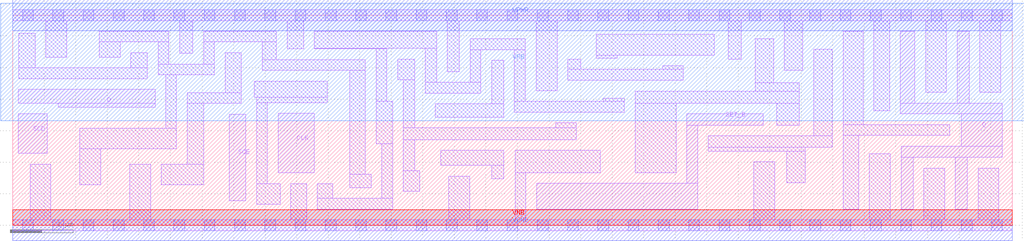
<source format=lef>
# Copyright 2020 The SkyWater PDK Authors
#
# Licensed under the Apache License, Version 2.0 (the "License");
# you may not use this file except in compliance with the License.
# You may obtain a copy of the License at
#
#     https://www.apache.org/licenses/LICENSE-2.0
#
# Unless required by applicable law or agreed to in writing, software
# distributed under the License is distributed on an "AS IS" BASIS,
# WITHOUT WARRANTIES OR CONDITIONS OF ANY KIND, either express or implied.
# See the License for the specific language governing permissions and
# limitations under the License.
#
# SPDX-License-Identifier: Apache-2.0

VERSION 5.7 ;
  NOWIREEXTENSIONATPIN ON ;
  DIVIDERCHAR "/" ;
  BUSBITCHARS "[]" ;
MACRO sky130_fd_sc_lp__sdfstp_4
  CLASS CORE ;
  FOREIGN sky130_fd_sc_lp__sdfstp_4 ;
  ORIGIN  0.000000  0.000000 ;
  SIZE  15.84000 BY  3.330000 ;
  SYMMETRY X Y R90 ;
  SITE unit ;
  PIN D
    ANTENNAGATEAREA  0.159000 ;
    DIRECTION INPUT ;
    USE SIGNAL ;
    PORT
      LAYER li1 ;
        RECT 0.085000 1.935000 2.255000 2.155000 ;
        RECT 0.720000 1.870000 2.255000 1.935000 ;
    END
  END D
  PIN Q
    ANTENNADIFFAREA  1.176000 ;
    DIRECTION OUTPUT ;
    USE SIGNAL ;
    PORT
      LAYER li1 ;
        RECT 14.070000 1.765000 15.685000 1.935000 ;
        RECT 14.070000 1.935000 14.300000 3.075000 ;
        RECT 14.080000 0.255000 14.270000 1.075000 ;
        RECT 14.080000 1.075000 15.685000 1.255000 ;
        RECT 14.940000 0.255000 15.130000 1.075000 ;
        RECT 14.970000 1.935000 15.160000 3.075000 ;
        RECT 15.035000 1.255000 15.685000 1.765000 ;
    END
  END Q
  PIN SCD
    ANTENNAGATEAREA  0.159000 ;
    DIRECTION INPUT ;
    USE SIGNAL ;
    PORT
      LAYER li1 ;
        RECT 0.085000 1.140000 0.550000 1.765000 ;
    END
  END SCD
  PIN SCE
    ANTENNAGATEAREA  0.318000 ;
    DIRECTION INPUT ;
    USE SIGNAL ;
    PORT
      LAYER li1 ;
        RECT 3.435000 0.390000 3.695000 1.760000 ;
    END
  END SCE
  PIN SET_B
    ANTENNAGATEAREA  0.252000 ;
    DIRECTION INPUT ;
    USE SIGNAL ;
    PORT
      LAYER li1 ;
        RECT  8.305000 0.255000 10.855000 0.665000 ;
        RECT 10.685000 0.665000 10.855000 1.585000 ;
        RECT 10.685000 1.585000 11.895000 1.765000 ;
    END
  END SET_B
  PIN CLK
    ANTENNAGATEAREA  0.159000 ;
    DIRECTION INPUT ;
    USE CLOCK ;
    PORT
      LAYER li1 ;
        RECT 4.205000 0.830000 4.780000 1.775000 ;
    END
  END CLK
  PIN VGND
    DIRECTION INOUT ;
    USE GROUND ;
    PORT
      LAYER met1 ;
        RECT 0.000000 -0.245000 15.840000 0.245000 ;
    END
  END VGND
  PIN VNB
    DIRECTION INOUT ;
    USE GROUND ;
    PORT
      LAYER pwell ;
        RECT 0.000000 0.000000 15.840000 0.245000 ;
    END
  END VNB
  PIN VPB
    DIRECTION INOUT ;
    USE POWER ;
    PORT
      LAYER nwell ;
        RECT -0.190000 1.655000 16.030000 3.520000 ;
    END
  END VPB
  PIN VPWR
    DIRECTION INOUT ;
    USE POWER ;
    PORT
      LAYER met1 ;
        RECT 0.000000 3.085000 15.840000 3.575000 ;
    END
  END VPWR
  OBS
    LAYER li1 ;
      RECT  0.000000 -0.085000 15.840000 0.085000 ;
      RECT  0.000000  3.245000 15.840000 3.415000 ;
      RECT  0.095000  2.325000  2.135000 2.495000 ;
      RECT  0.095000  2.495000  0.355000 3.045000 ;
      RECT  0.275000  0.085000  0.605000 0.970000 ;
      RECT  0.525000  2.665000  0.855000 3.245000 ;
      RECT  1.065000  0.640000  1.395000 1.215000 ;
      RECT  1.065000  1.215000  2.595000 1.540000 ;
      RECT  1.370000  2.665000  1.700000 2.905000 ;
      RECT  1.370000  2.905000  2.475000 3.075000 ;
      RECT  1.855000  0.085000  2.185000 0.970000 ;
      RECT  1.870000  2.495000  2.135000 2.735000 ;
      RECT  2.305000  2.385000  3.195000 2.555000 ;
      RECT  2.305000  2.555000  2.475000 2.905000 ;
      RECT  2.355000  0.640000  3.025000 0.970000 ;
      RECT  2.425000  1.540000  2.595000 2.385000 ;
      RECT  2.645000  2.725000  2.855000 3.245000 ;
      RECT  2.765000  0.970000  3.025000 1.930000 ;
      RECT  2.765000  1.930000  3.625000 2.100000 ;
      RECT  3.025000  2.555000  3.195000 2.905000 ;
      RECT  3.025000  2.905000  4.180000 3.075000 ;
      RECT  3.365000  2.100000  3.625000 2.735000 ;
      RECT  3.825000  2.025000  4.985000 2.285000 ;
      RECT  3.865000  0.330000  4.240000 0.660000 ;
      RECT  3.865000  0.660000  4.035000 1.945000 ;
      RECT  3.865000  1.945000  4.985000 2.025000 ;
      RECT  3.955000  2.455000  5.590000 2.625000 ;
      RECT  3.955000  2.625000  4.180000 2.905000 ;
      RECT  4.350000  2.795000  4.610000 3.245000 ;
      RECT  4.410000  0.085000  4.660000 0.660000 ;
      RECT  4.780000  2.795000  5.930000 2.805000 ;
      RECT  4.780000  2.805000  6.720000 3.075000 ;
      RECT  4.830000  0.255000  6.020000 0.425000 ;
      RECT  4.830000  0.425000  5.070000 0.660000 ;
      RECT  5.340000  0.595000  5.680000 0.805000 ;
      RECT  5.340000  0.805000  5.590000 2.455000 ;
      RECT  5.760000  1.295000  6.020000 1.965000 ;
      RECT  5.760000  1.965000  5.930000 2.795000 ;
      RECT  5.850000  0.425000  6.020000 1.295000 ;
      RECT  6.100000  2.305000  6.370000 2.635000 ;
      RECT  6.190000  0.535000  6.450000 0.865000 ;
      RECT  6.190000  0.865000  6.370000 1.355000 ;
      RECT  6.190000  1.355000  8.935000 1.545000 ;
      RECT  6.190000  1.545000  6.370000 2.305000 ;
      RECT  6.540000  2.095000  7.420000 2.265000 ;
      RECT  6.540000  2.265000  6.720000 2.805000 ;
      RECT  6.695000  1.715000  7.780000 1.925000 ;
      RECT  6.785000  0.950000  7.785000 1.185000 ;
      RECT  6.890000  2.435000  7.080000 3.245000 ;
      RECT  6.910000  0.085000  7.240000 0.780000 ;
      RECT  7.250000  2.265000  7.420000 2.785000 ;
      RECT  7.250000  2.785000  8.120000 2.955000 ;
      RECT  7.590000  1.925000  7.780000 2.615000 ;
      RECT  7.595000  0.735000  7.785000 0.950000 ;
      RECT  7.950000  1.795000  9.690000 1.965000 ;
      RECT  7.950000  1.965000  8.120000 2.785000 ;
      RECT  7.965000  0.085000  8.135000 0.835000 ;
      RECT  7.965000  0.835000  9.315000 1.185000 ;
      RECT  8.300000  2.135000  8.630000 3.245000 ;
      RECT  8.605000  1.545000  8.935000 1.625000 ;
      RECT  8.800000  2.295000 10.630000 2.475000 ;
      RECT  8.800000  2.475000  9.000000 2.635000 ;
      RECT  9.250000  2.645000  9.580000 2.695000 ;
      RECT  9.250000  2.695000 11.120000 3.025000 ;
      RECT  9.360000  1.965000  9.690000 2.015000 ;
      RECT  9.870000  0.835000 10.515000 1.935000 ;
      RECT  9.870000  1.935000 12.465000 2.125000 ;
      RECT 10.300000  2.475000 10.630000 2.525000 ;
      RECT 11.025000  1.175000 12.560000 1.235000 ;
      RECT 11.025000  1.235000 12.990000 1.415000 ;
      RECT 11.340000  2.630000 11.550000 3.245000 ;
      RECT 11.745000  0.085000 12.075000 1.005000 ;
      RECT 11.770000  2.125000 12.465000 2.255000 ;
      RECT 11.770000  2.255000 12.060000 2.960000 ;
      RECT 12.110000  1.585000 12.465000 1.935000 ;
      RECT 12.230000  2.460000 12.525000 3.245000 ;
      RECT 12.265000  0.675000 12.560000 1.175000 ;
      RECT 12.695000  1.415000 12.990000 2.790000 ;
      RECT 13.160000  0.255000 13.410000 1.425000 ;
      RECT 13.160000  1.425000 14.855000 1.595000 ;
      RECT 13.160000  1.595000 13.480000 3.075000 ;
      RECT 13.580000  0.085000 13.910000 1.130000 ;
      RECT 13.650000  1.815000 13.900000 3.245000 ;
      RECT 14.440000  0.085000 14.770000 0.905000 ;
      RECT 14.470000  2.105000 14.800000 3.245000 ;
      RECT 15.300000  0.085000 15.630000 0.905000 ;
      RECT 15.330000  2.105000 15.660000 3.245000 ;
    LAYER mcon ;
      RECT  0.155000 -0.085000  0.325000 0.085000 ;
      RECT  0.155000  3.245000  0.325000 3.415000 ;
      RECT  0.635000 -0.085000  0.805000 0.085000 ;
      RECT  0.635000  3.245000  0.805000 3.415000 ;
      RECT  1.115000 -0.085000  1.285000 0.085000 ;
      RECT  1.115000  3.245000  1.285000 3.415000 ;
      RECT  1.595000 -0.085000  1.765000 0.085000 ;
      RECT  1.595000  3.245000  1.765000 3.415000 ;
      RECT  2.075000 -0.085000  2.245000 0.085000 ;
      RECT  2.075000  3.245000  2.245000 3.415000 ;
      RECT  2.555000 -0.085000  2.725000 0.085000 ;
      RECT  2.555000  3.245000  2.725000 3.415000 ;
      RECT  3.035000 -0.085000  3.205000 0.085000 ;
      RECT  3.035000  3.245000  3.205000 3.415000 ;
      RECT  3.515000 -0.085000  3.685000 0.085000 ;
      RECT  3.515000  3.245000  3.685000 3.415000 ;
      RECT  3.995000 -0.085000  4.165000 0.085000 ;
      RECT  3.995000  3.245000  4.165000 3.415000 ;
      RECT  4.475000 -0.085000  4.645000 0.085000 ;
      RECT  4.475000  3.245000  4.645000 3.415000 ;
      RECT  4.955000 -0.085000  5.125000 0.085000 ;
      RECT  4.955000  3.245000  5.125000 3.415000 ;
      RECT  5.435000 -0.085000  5.605000 0.085000 ;
      RECT  5.435000  3.245000  5.605000 3.415000 ;
      RECT  5.915000 -0.085000  6.085000 0.085000 ;
      RECT  5.915000  3.245000  6.085000 3.415000 ;
      RECT  6.395000 -0.085000  6.565000 0.085000 ;
      RECT  6.395000  3.245000  6.565000 3.415000 ;
      RECT  6.875000 -0.085000  7.045000 0.085000 ;
      RECT  6.875000  3.245000  7.045000 3.415000 ;
      RECT  7.355000 -0.085000  7.525000 0.085000 ;
      RECT  7.355000  3.245000  7.525000 3.415000 ;
      RECT  7.835000 -0.085000  8.005000 0.085000 ;
      RECT  7.835000  3.245000  8.005000 3.415000 ;
      RECT  8.315000 -0.085000  8.485000 0.085000 ;
      RECT  8.315000  3.245000  8.485000 3.415000 ;
      RECT  8.795000 -0.085000  8.965000 0.085000 ;
      RECT  8.795000  3.245000  8.965000 3.415000 ;
      RECT  9.275000 -0.085000  9.445000 0.085000 ;
      RECT  9.275000  3.245000  9.445000 3.415000 ;
      RECT  9.755000 -0.085000  9.925000 0.085000 ;
      RECT  9.755000  3.245000  9.925000 3.415000 ;
      RECT 10.235000 -0.085000 10.405000 0.085000 ;
      RECT 10.235000  3.245000 10.405000 3.415000 ;
      RECT 10.715000 -0.085000 10.885000 0.085000 ;
      RECT 10.715000  3.245000 10.885000 3.415000 ;
      RECT 11.195000 -0.085000 11.365000 0.085000 ;
      RECT 11.195000  3.245000 11.365000 3.415000 ;
      RECT 11.675000 -0.085000 11.845000 0.085000 ;
      RECT 11.675000  3.245000 11.845000 3.415000 ;
      RECT 12.155000 -0.085000 12.325000 0.085000 ;
      RECT 12.155000  3.245000 12.325000 3.415000 ;
      RECT 12.635000 -0.085000 12.805000 0.085000 ;
      RECT 12.635000  3.245000 12.805000 3.415000 ;
      RECT 13.115000 -0.085000 13.285000 0.085000 ;
      RECT 13.115000  3.245000 13.285000 3.415000 ;
      RECT 13.595000 -0.085000 13.765000 0.085000 ;
      RECT 13.595000  3.245000 13.765000 3.415000 ;
      RECT 14.075000 -0.085000 14.245000 0.085000 ;
      RECT 14.075000  3.245000 14.245000 3.415000 ;
      RECT 14.555000 -0.085000 14.725000 0.085000 ;
      RECT 14.555000  3.245000 14.725000 3.415000 ;
      RECT 15.035000 -0.085000 15.205000 0.085000 ;
      RECT 15.035000  3.245000 15.205000 3.415000 ;
      RECT 15.515000 -0.085000 15.685000 0.085000 ;
      RECT 15.515000  3.245000 15.685000 3.415000 ;
  END
END sky130_fd_sc_lp__sdfstp_4
END LIBRARY

</source>
